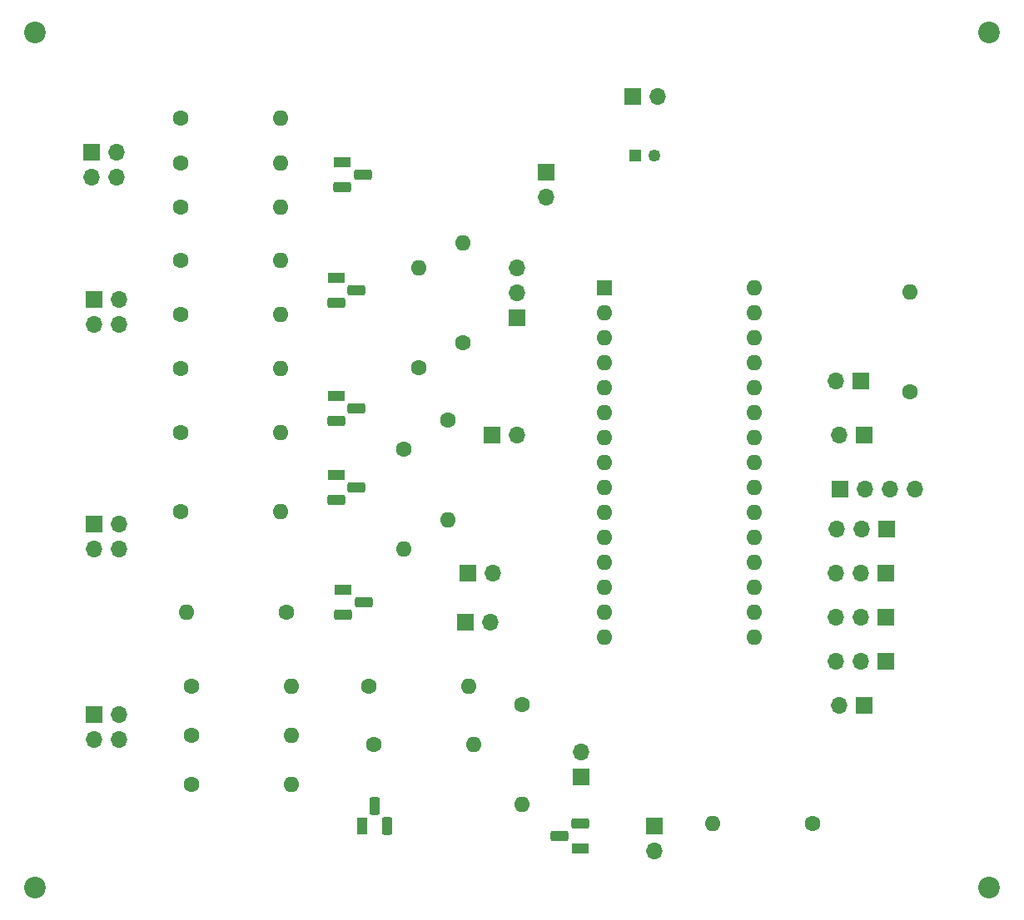
<source format=gbr>
%TF.GenerationSoftware,KiCad,Pcbnew,8.0.6*%
%TF.CreationDate,2024-11-23T20:57:53+01:00*%
%TF.ProjectId,smart home,736d6172-7420-4686-9f6d-652e6b696361,rev?*%
%TF.SameCoordinates,Original*%
%TF.FileFunction,Soldermask,Bot*%
%TF.FilePolarity,Negative*%
%FSLAX46Y46*%
G04 Gerber Fmt 4.6, Leading zero omitted, Abs format (unit mm)*
G04 Created by KiCad (PCBNEW 8.0.6) date 2024-11-23 20:57:53*
%MOMM*%
%LPD*%
G01*
G04 APERTURE LIST*
G04 Aperture macros list*
%AMRoundRect*
0 Rectangle with rounded corners*
0 $1 Rounding radius*
0 $2 $3 $4 $5 $6 $7 $8 $9 X,Y pos of 4 corners*
0 Add a 4 corners polygon primitive as box body*
4,1,4,$2,$3,$4,$5,$6,$7,$8,$9,$2,$3,0*
0 Add four circle primitives for the rounded corners*
1,1,$1+$1,$2,$3*
1,1,$1+$1,$4,$5*
1,1,$1+$1,$6,$7*
1,1,$1+$1,$8,$9*
0 Add four rect primitives between the rounded corners*
20,1,$1+$1,$2,$3,$4,$5,0*
20,1,$1+$1,$4,$5,$6,$7,0*
20,1,$1+$1,$6,$7,$8,$9,0*
20,1,$1+$1,$8,$9,$2,$3,0*%
G04 Aperture macros list end*
%ADD10C,1.600000*%
%ADD11O,1.600000X1.600000*%
%ADD12R,1.700000X1.700000*%
%ADD13O,1.700000X1.700000*%
%ADD14R,1.800000X1.100000*%
%ADD15RoundRect,0.275000X0.625000X-0.275000X0.625000X0.275000X-0.625000X0.275000X-0.625000X-0.275000X0*%
%ADD16R,1.100000X1.800000*%
%ADD17RoundRect,0.275000X-0.275000X-0.625000X0.275000X-0.625000X0.275000X0.625000X-0.275000X0.625000X0*%
%ADD18C,2.200000*%
%ADD19RoundRect,0.275000X-0.625000X0.275000X-0.625000X-0.275000X0.625000X-0.275000X0.625000X0.275000X0*%
%ADD20R,1.600000X1.600000*%
%ADD21C,1.254000*%
%ADD22RoundRect,0.102000X-0.525000X-0.525000X0.525000X-0.525000X0.525000X0.525000X-0.525000X0.525000X0*%
G04 APERTURE END LIST*
D10*
%TO.C,R9*%
X38280000Y-46230000D03*
D11*
X48440000Y-46230000D03*
%TD*%
D12*
%TO.C,RGB1*%
X29250000Y-35210000D03*
D13*
X29250000Y-37750000D03*
X31790000Y-35210000D03*
X31790000Y-37750000D03*
%TD*%
D10*
%TO.C,R7*%
X38280000Y-57230000D03*
D11*
X48440000Y-57230000D03*
%TD*%
D12*
%TO.C,RGB4*%
X29460000Y-92460000D03*
D13*
X29460000Y-95000000D03*
X32000000Y-92460000D03*
X32000000Y-95000000D03*
%TD*%
D14*
%TO.C,Q3*%
X78900000Y-106040000D03*
D15*
X76830000Y-104770000D03*
X78900000Y-103500000D03*
%TD*%
D12*
%TO.C,SW6*%
X107775000Y-91500000D03*
D13*
X105235000Y-91500000D03*
%TD*%
D12*
%TO.C,M1*%
X86500000Y-103725000D03*
D13*
X86500000Y-106265000D03*
%TD*%
D10*
%TO.C,R20*%
X112500000Y-59580000D03*
D11*
X112500000Y-49420000D03*
%TD*%
D12*
%TO.C,BT1*%
X84225000Y-29500000D03*
D13*
X86765000Y-29500000D03*
%TD*%
D10*
%TO.C,R6*%
X38280000Y-40730000D03*
D11*
X48440000Y-40730000D03*
%TD*%
D10*
%TO.C,R24*%
X38280000Y-51730000D03*
D11*
X48440000Y-51730000D03*
%TD*%
D12*
%TO.C,RV3B1*%
X110080000Y-73500000D03*
D13*
X105000000Y-73500000D03*
X107540000Y-73500000D03*
%TD*%
D16*
%TO.C,Q9*%
X56730000Y-103760000D03*
D17*
X58000000Y-101690000D03*
X59270000Y-103760000D03*
%TD*%
D12*
%TO.C,LCD_20x1*%
X105380000Y-69500000D03*
D13*
X107920000Y-69500000D03*
X110460000Y-69500000D03*
X113000000Y-69500000D03*
%TD*%
D18*
%TO.C,H1*%
X120500000Y-23000000D03*
%TD*%
D12*
%TO.C,SW4*%
X67225000Y-83000000D03*
D13*
X69765000Y-83000000D03*
%TD*%
D12*
%TO.C,SW1*%
X67460000Y-78000000D03*
D13*
X70000000Y-78000000D03*
%TD*%
D14*
%TO.C,Q6*%
X54100000Y-60000000D03*
D19*
X56170000Y-61270000D03*
X54100000Y-62540000D03*
%TD*%
D10*
%TO.C,R2*%
X62500000Y-57080000D03*
D11*
X62500000Y-46920000D03*
%TD*%
D12*
%TO.C,RGB3*%
X29500000Y-73000000D03*
D13*
X29500000Y-75540000D03*
X32040000Y-73000000D03*
X32040000Y-75540000D03*
%TD*%
D10*
%TO.C,R1*%
X67000000Y-54580000D03*
D11*
X67000000Y-44420000D03*
%TD*%
D12*
%TO.C,R23*%
X107775000Y-64000000D03*
D13*
X105235000Y-64000000D03*
%TD*%
D12*
%TO.C,RV3R1*%
X110040000Y-82500000D03*
D13*
X104960000Y-82500000D03*
X107500000Y-82500000D03*
%TD*%
D14*
%TO.C,Q7*%
X54100000Y-68000000D03*
D19*
X56170000Y-69270000D03*
X54100000Y-70540000D03*
%TD*%
D14*
%TO.C,Q1*%
X54740000Y-36230000D03*
D19*
X56810000Y-37500000D03*
X54740000Y-38770000D03*
%TD*%
D12*
%TO.C,RGB2*%
X29460000Y-50210000D03*
D13*
X29460000Y-52750000D03*
X32000000Y-50210000D03*
X32000000Y-52750000D03*
%TD*%
D10*
%TO.C,R11*%
X61000000Y-65420000D03*
D11*
X61000000Y-75580000D03*
%TD*%
D12*
%TO.C,RV3G1*%
X110025000Y-78000000D03*
D13*
X104945000Y-78000000D03*
X107485000Y-78000000D03*
%TD*%
D10*
%TO.C,R13*%
X38280000Y-71730000D03*
D11*
X48440000Y-71730000D03*
%TD*%
D10*
%TO.C,R17*%
X102580000Y-103500000D03*
D11*
X92420000Y-103500000D03*
%TD*%
D12*
%TO.C,SW2*%
X79000000Y-98775000D03*
D13*
X79000000Y-96235000D03*
%TD*%
D18*
%TO.C,H3*%
X23500000Y-110000000D03*
%TD*%
%TO.C,H4*%
X23500000Y-23000000D03*
%TD*%
D10*
%TO.C,R15*%
X49080000Y-82000000D03*
D11*
X38920000Y-82000000D03*
%TD*%
D10*
%TO.C,R10*%
X65500000Y-62420000D03*
D11*
X65500000Y-72580000D03*
%TD*%
D10*
%TO.C,R19*%
X39420000Y-99500000D03*
D11*
X49580000Y-99500000D03*
%TD*%
D12*
%TO.C,HC\u2013SR505PIR1*%
X72500000Y-52025000D03*
D13*
X72500000Y-49485000D03*
X72500000Y-46945000D03*
%TD*%
D12*
%TO.C,SW5*%
X75500000Y-37225000D03*
D13*
X75500000Y-39765000D03*
%TD*%
D10*
%TO.C,R16*%
X57920000Y-95500000D03*
D11*
X68080000Y-95500000D03*
%TD*%
D14*
%TO.C,Q8*%
X54830000Y-79730000D03*
D19*
X56900000Y-81000000D03*
X54830000Y-82270000D03*
%TD*%
D10*
%TO.C,R8*%
X39420000Y-94500000D03*
D11*
X49580000Y-94500000D03*
%TD*%
D12*
%TO.C,SW7*%
X69960000Y-64000000D03*
D13*
X72500000Y-64000000D03*
%TD*%
D10*
%TO.C,R12*%
X38280000Y-63730000D03*
D11*
X48440000Y-63730000D03*
%TD*%
D20*
%TO.C,A1*%
X81390000Y-48950000D03*
D11*
X81390000Y-51490000D03*
X81390000Y-54030000D03*
X81390000Y-56570000D03*
X81390000Y-59110000D03*
X81390000Y-61650000D03*
X81390000Y-64190000D03*
X81390000Y-66730000D03*
X81390000Y-69270000D03*
X81390000Y-71810000D03*
X81390000Y-74350000D03*
X81390000Y-76890000D03*
X81390000Y-79430000D03*
X81390000Y-81970000D03*
X81390000Y-84510000D03*
X96630000Y-84510000D03*
X96630000Y-81970000D03*
X96630000Y-79430000D03*
X96630000Y-76890000D03*
X96630000Y-74350000D03*
X96630000Y-71810000D03*
X96630000Y-69270000D03*
X96630000Y-66730000D03*
X96630000Y-64190000D03*
X96630000Y-61650000D03*
X96630000Y-59110000D03*
X96630000Y-56570000D03*
X96630000Y-54030000D03*
X96630000Y-51490000D03*
X96630000Y-48950000D03*
%TD*%
D10*
%TO.C,R18*%
X39420000Y-89500000D03*
D11*
X49580000Y-89500000D03*
%TD*%
D10*
%TO.C,R3*%
X73000000Y-91420000D03*
D11*
X73000000Y-101580000D03*
%TD*%
D12*
%TO.C,SW9*%
X107500000Y-58500000D03*
D13*
X104960000Y-58500000D03*
%TD*%
D10*
%TO.C,R4*%
X38280000Y-31730000D03*
D11*
X48440000Y-31730000D03*
%TD*%
D21*
%TO.C,C1*%
X86500000Y-35500000D03*
D22*
X84500000Y-35500000D03*
%TD*%
D10*
%TO.C,R14*%
X57420000Y-89500000D03*
D11*
X67580000Y-89500000D03*
%TD*%
D18*
%TO.C,H2*%
X120500000Y-110000000D03*
%TD*%
D12*
%TO.C,RV1*%
X110040000Y-87000000D03*
D13*
X104960000Y-87000000D03*
X107500000Y-87000000D03*
%TD*%
D14*
%TO.C,Q2*%
X54100000Y-47960000D03*
D19*
X56170000Y-49230000D03*
X54100000Y-50500000D03*
%TD*%
D10*
%TO.C,R5*%
X38280000Y-36280000D03*
D11*
X48440000Y-36280000D03*
%TD*%
M02*

</source>
